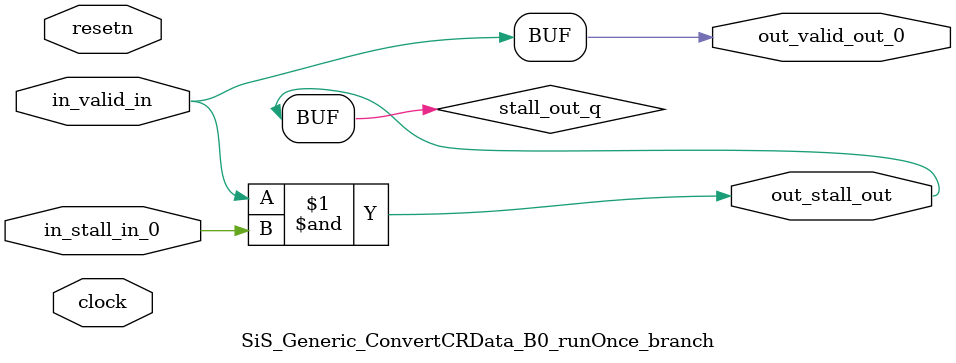
<source format=sv>



(* altera_attribute = "-name AUTO_SHIFT_REGISTER_RECOGNITION OFF; -name MESSAGE_DISABLE 10036; -name MESSAGE_DISABLE 10037; -name MESSAGE_DISABLE 14130; -name MESSAGE_DISABLE 14320; -name MESSAGE_DISABLE 15400; -name MESSAGE_DISABLE 14130; -name MESSAGE_DISABLE 10036; -name MESSAGE_DISABLE 12020; -name MESSAGE_DISABLE 12030; -name MESSAGE_DISABLE 12010; -name MESSAGE_DISABLE 12110; -name MESSAGE_DISABLE 14320; -name MESSAGE_DISABLE 13410; -name MESSAGE_DISABLE 113007; -name MESSAGE_DISABLE 10958" *)
module SiS_Generic_ConvertCRData_B0_runOnce_branch (
    input wire [0:0] in_stall_in_0,
    input wire [0:0] in_valid_in,
    output wire [0:0] out_stall_out,
    output wire [0:0] out_valid_out_0,
    input wire clock,
    input wire resetn
    );

    wire [0:0] stall_out_q;


    // stall_out(LOGICAL,6)
    assign stall_out_q = in_valid_in & in_stall_in_0;

    // out_stall_out(GPOUT,4)
    assign out_stall_out = stall_out_q;

    // out_valid_out_0(GPOUT,5)
    assign out_valid_out_0 = in_valid_in;

endmodule

</source>
